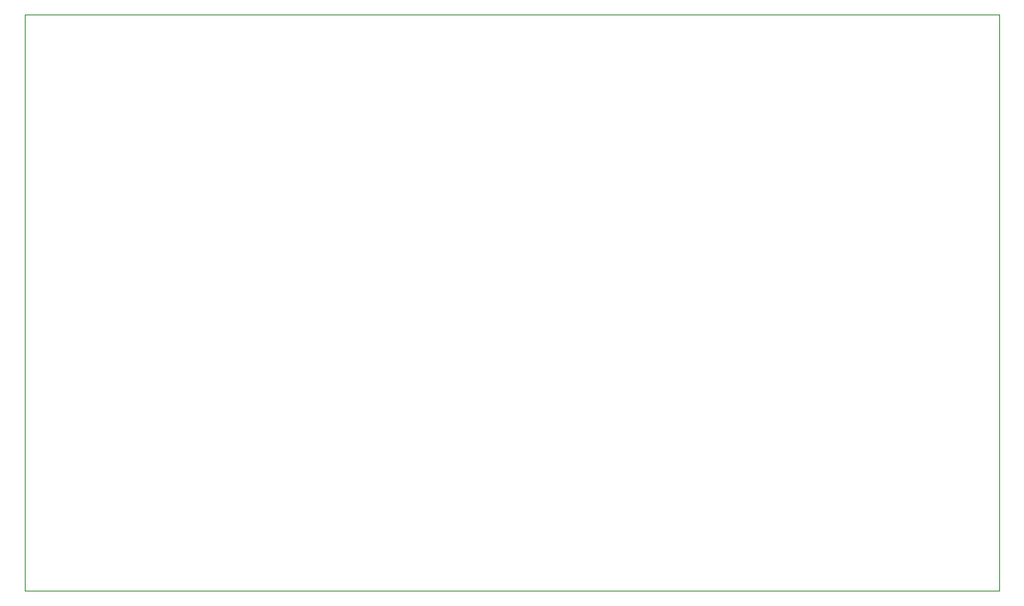
<source format=gm1>
G04 #@! TF.GenerationSoftware,KiCad,Pcbnew,(7.0.0)*
G04 #@! TF.CreationDate,2023-03-04T18:09:34-06:00*
G04 #@! TF.ProjectId,417 Schematic,34313720-5363-4686-956d-617469632e6b,rev?*
G04 #@! TF.SameCoordinates,Original*
G04 #@! TF.FileFunction,Profile,NP*
%FSLAX46Y46*%
G04 Gerber Fmt 4.6, Leading zero omitted, Abs format (unit mm)*
G04 Created by KiCad (PCBNEW (7.0.0)) date 2023-03-04 18:09:34*
%MOMM*%
%LPD*%
G01*
G04 APERTURE LIST*
G04 #@! TA.AperFunction,Profile*
%ADD10C,0.100000*%
G04 #@! TD*
G04 APERTURE END LIST*
D10*
X88900000Y-102870000D02*
X88900000Y-45720000D01*
X185420000Y-102870000D02*
X88900000Y-102870000D01*
X185420000Y-45720000D02*
X185420000Y-102870000D01*
X88900000Y-45720000D02*
X185420000Y-45720000D01*
M02*

</source>
